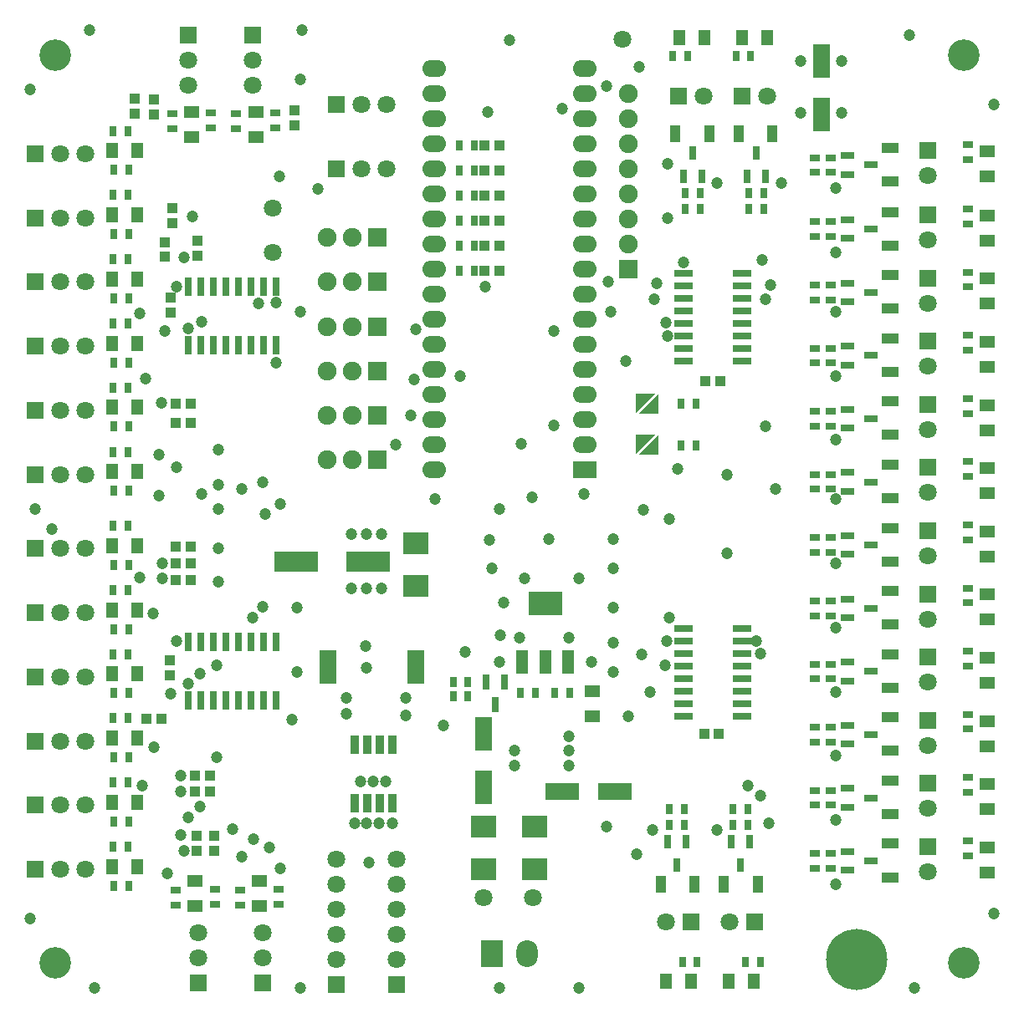
<source format=gts>
G04 DipTrace 3.0.0.2*
G04 IOExpander.GTS*
%MOMM*%
G04 #@! TF.FileFunction,Soldermask,Top*
G04 #@! TF.Part,Single*
%ADD53C,3.2*%
%ADD58C,1.2*%
%ADD59R,1.4X0.75*%
%ADD61R,1.8X1.0*%
%ADD63R,0.75X1.4*%
%ADD65R,1.0X1.8*%
%ADD67R,1.3X1.6*%
%ADD69R,1.06X0.8*%
%ADD71O,2.2X2.7*%
%ADD73R,2.2X2.7*%
%ADD75R,1.9X0.8*%
%ADD77R,0.8X1.9*%
%ADD79R,0.8X1.5*%
%ADD81C,6.2*%
%ADD83R,0.8X1.06*%
%ADD85R,0.9X1.9*%
%ADD87R,1.2X2.4*%
%ADD89R,3.5X2.4*%
%ADD91C,1.8*%
%ADD93C,0.7*%
%ADD95R,1.8X1.8*%
%ADD97C,1.9*%
%ADD99R,1.9X1.9*%
%ADD101R,1.6X1.3*%
%ADD103R,2.5X2.3*%
%ADD105R,1.1X1.1*%
%ADD107R,4.4X2.1*%
%ADD109R,1.8X3.4*%
%ADD111R,3.4X1.8*%
%ADD113C,1.8*%
%ADD115O,2.45X1.7*%
%ADD117R,2.45X1.7*%
%FSLAX35Y35*%
G04*
G71*
G90*
G75*
G01*
G04 TopMask*
%LPD*%
D58*
X8360000Y9540000D3*
X7950000D3*
X5980000Y1780000D3*
X6200000Y2900000D3*
X1630000Y7250000D3*
Y3660000D3*
Y5420000D3*
X6180000Y6500000D3*
X1630000Y3660000D3*
X6490000Y7290000D3*
X6180000Y6500000D3*
X6592000Y3660000D3*
X200000Y5000000D3*
X5830000Y3450000D3*
X4550000Y3550000D3*
X6570000Y3420000D3*
X6580000Y6890000D3*
X6310000Y9480000D3*
X6025000Y6995000D3*
X6580000Y6890000D3*
X5230000Y5120000D3*
X2680000Y5050000D3*
Y1360000D3*
X6460000Y7130000D3*
X6340000Y3530000D3*
X6350000Y4990000D3*
X1870000Y3330000D3*
X1880000Y6900000D3*
Y5150000D3*
X3580000Y1420000D3*
X1870000Y1990000D3*
Y3330000D3*
X7950000Y9010000D3*
X8360000D3*
X2639500Y6479500D3*
X2800000Y2870000D3*
X6000000Y7300000D3*
X1675000Y1695000D3*
X2410000Y1660000D3*
X2500000Y5270000D3*
Y4010000D3*
X2460000Y7080000D3*
X2200000Y1760000D3*
X6700000Y5410000D3*
X6600000Y6750000D3*
X2290000Y1480000D3*
Y5200000D3*
X6620000Y3900000D3*
Y4900000D3*
X2530000Y4950000D3*
X2570000Y1570000D3*
X2400000Y3900000D3*
X2640000Y7090000D3*
X6760000Y7500000D3*
X6420000Y3150000D3*
X7640000Y7270000D3*
X7690000Y5200000D3*
X7590000Y7130000D3*
Y5840000D3*
X1257427Y6982427D3*
X1710000Y7545000D3*
X1320000Y6325000D3*
X1475000Y6075000D3*
X7540000Y3540000D3*
Y2100000D3*
X7500000Y3660000D3*
X7410000Y2200000D3*
X1260000Y4305000D3*
X1485000Y4450000D3*
X1390000Y3940000D3*
X1485000Y4295000D3*
X1405000Y2586407D3*
X1675000Y2300000D3*
X1286520Y2201520D3*
X1675000Y2135000D3*
X1540000Y1310000D3*
X1710000Y1540000D3*
X5120000Y5660000D3*
X2880000Y7000000D3*
Y9350000D3*
X1750500Y3230000D3*
Y6830000D3*
Y1880000D3*
Y3230000D3*
X3430000Y1820000D3*
X3550000D3*
X3680000D3*
X3810000D3*
X3490000Y2240000D3*
X3620000D3*
X3750000D3*
X3400000Y4750000D3*
X3550000D3*
X3700000D3*
X3400000Y4200000D3*
X3550000D3*
X3700000D3*
X3350000Y3090000D3*
Y2930000D3*
X3950000Y3090000D3*
X4940000Y4050000D3*
X4820000Y4400000D3*
X4800000Y4690000D3*
X4910000Y3720000D3*
X4900000Y3450000D3*
X5100000Y3700000D3*
X5600000D3*
X6050000Y3350000D3*
Y3650000D3*
Y4000000D3*
Y4400000D3*
Y4700000D3*
X5400000D3*
X5150000Y4300000D3*
X5700000D3*
X3950000Y2910000D3*
X1570000Y3130000D3*
X1510000Y6800000D3*
X3550000Y3390000D3*
X9900000Y900000D3*
X9100000Y150000D3*
X5700000D3*
X5600000Y2700000D3*
X9900000Y9100000D3*
X9050000Y9800000D3*
X6600000Y7950000D3*
X6290000Y1500000D3*
X5600000Y2550000D3*
X6450000Y1750000D3*
X7100000D3*
X8300000Y1200000D3*
Y1850000D3*
Y2500000D3*
Y3150000D3*
Y3800000D3*
Y4450000D3*
Y5100000D3*
Y5700000D3*
Y6350000D3*
Y7000000D3*
Y7600000D3*
Y8250000D3*
X7750000Y8300000D3*
X7100000D3*
X6600000Y8500000D3*
X5600000Y2400000D3*
X5050000Y2550000D3*
Y2400000D3*
X4330000Y2810000D3*
X4900000Y5000000D3*
X4250000Y5100000D3*
X2050000Y5000000D3*
Y4600000D3*
Y5250000D3*
Y5600000D3*
X1450000Y5140000D3*
Y5550000D3*
X7555000Y7525000D3*
X5755000Y5155000D3*
X5980000Y9285000D3*
X2670000Y8370000D3*
X3060000Y8240000D3*
X4900000Y150000D3*
X7620000Y1820000D3*
X750000Y9850000D3*
X2900000D3*
X5000000Y9750000D3*
X4780000Y9020000D3*
X4750000Y7250000D3*
X4500000Y6350000D3*
X4000000Y5950000D3*
X1790000Y7960000D3*
X5450000Y6800000D3*
Y5850000D3*
X2050000Y4260000D3*
X2850000Y4000000D3*
Y3350000D3*
X150000Y850000D3*
X800000Y150000D3*
X150000Y9250000D3*
X7200000Y4550000D3*
Y5350000D3*
X5530000Y9060000D3*
X4030000Y6310000D3*
X3850000Y5650000D3*
X4050000Y6820000D3*
X2880000Y150000D3*
X3540000Y3610000D3*
X2040000Y3420000D3*
Y2490000D3*
X370000Y4800000D3*
D117*
X5762000Y5400000D3*
D115*
Y5654000D3*
Y5908000D3*
Y6162000D3*
Y6416000D3*
Y6670000D3*
Y6924000D3*
Y7178000D3*
Y7432000D3*
Y7686000D3*
Y7940000D3*
Y8194000D3*
Y8448000D3*
Y8702000D3*
Y8956000D3*
Y9210000D3*
Y9464000D3*
X4238000D3*
Y9210000D3*
Y8956000D3*
Y8702000D3*
Y8448000D3*
Y8194000D3*
Y7940000D3*
Y7686000D3*
Y7432000D3*
Y7178000D3*
Y6924000D3*
Y6670000D3*
Y6416000D3*
Y6162000D3*
Y5908000D3*
Y5654000D3*
Y5400000D3*
D113*
X2600000Y7600000D3*
D111*
X5530000Y2140000D3*
X6070000D3*
D109*
X8160000Y9540000D3*
Y9000000D3*
D107*
X2840000Y4470000D3*
X3570000D3*
D105*
X6980000Y6300000D3*
X7130000D3*
X6970000Y2720000D3*
X7120000D3*
X1570000Y7140000D3*
Y6990000D3*
X1565000Y3465000D3*
Y3315000D3*
X4746000Y8683000D3*
X4896000D3*
X4746000Y8429000D3*
X4896000D3*
X4746000Y8175000D3*
X4896000D3*
X4746000Y7921000D3*
X4896000D3*
X4746000Y7667000D3*
X4896000D3*
X4746000Y7413000D3*
X4896000D3*
D103*
X4740000Y1780000D3*
Y1350000D3*
X5255000Y1785000D3*
Y1355000D3*
D101*
X5840000Y2900000D3*
Y3154000D3*
D103*
X4050000Y4220000D3*
Y4650000D3*
D113*
X2600000Y8050000D3*
D99*
X3658000Y7750000D3*
D97*
X3404000D3*
X3150000D3*
D99*
X3658000Y7300000D3*
D97*
X3404000D3*
X3150000D3*
D99*
X3658000Y6850000D3*
D97*
X3404000D3*
X3150000D3*
D99*
X6200000Y7430000D3*
D97*
Y7684000D3*
Y7938000D3*
Y8192000D3*
Y8446000D3*
Y8700000D3*
Y8954000D3*
Y9208000D3*
D95*
X3250000Y8450000D3*
D113*
X3504000D3*
X3758000D3*
G36*
X6504998Y5549992D2*
Y5750008D1*
X6305006Y5549992D1*
D1*
X6504998D1*
G37*
G36*
X6275002D2*
X6474994Y5750008D1*
X6275002D1*
D1*
Y5549992D1*
G37*
D93*
X6470000Y5650000D3*
X6310000D3*
D99*
X3658000Y6400000D3*
D97*
X3404000D3*
X3150000D3*
G36*
X6504998Y5964992D2*
Y6165008D1*
X6305006Y5964992D1*
D1*
X6504998D1*
G37*
G36*
X6275002D2*
X6474994Y6165008D1*
X6275002D1*
D1*
Y5964992D1*
G37*
D93*
X6470000Y6065000D3*
X6310000D3*
D95*
X3250000Y9100000D3*
D113*
X3504000D3*
X3758000D3*
D99*
X3658000Y5950000D3*
D97*
X3404000D3*
X3150000D3*
D99*
X3658000Y5500000D3*
D97*
X3404000D3*
X3150000D3*
D95*
X3248000Y183000D3*
D113*
Y437000D3*
Y691000D3*
Y945000D3*
Y1199000D3*
Y1453000D3*
D95*
X3858000Y183000D3*
D113*
Y437000D3*
Y691000D3*
Y945000D3*
Y1199000D3*
Y1453000D3*
D91*
X5240000Y1060000D3*
X4740000D3*
D109*
X4050000Y3400000D3*
X3160000D3*
D89*
X5360000Y4040000D3*
D87*
X5130000Y3450000D3*
X5360000D3*
X5590000D3*
D85*
X3810000Y2610000D3*
X3683000D3*
X3556000D3*
X3429000D3*
Y2020000D3*
X3556000D3*
X3683000D3*
X3810000D3*
D83*
X5460000Y3140000D3*
X5610000D3*
X5260000D3*
X5110000D3*
X4430000Y3250000D3*
X4580000D3*
Y3100000D3*
X4430000D3*
X4642000Y8683000D3*
X4492000D3*
X4642000Y8429000D3*
X4492000D3*
X4642000Y8175000D3*
X4492000D3*
X6885000Y5640000D3*
X6735000D3*
X6885000Y6065000D3*
X6735000D3*
X4642000Y7921000D3*
X4492000D3*
X4642000Y7667000D3*
X4492000D3*
X4642000Y7413000D3*
X4492000D3*
D113*
X6140000Y9760000D3*
D81*
X8510000Y440000D3*
D79*
X4950000Y3250000D3*
X4760000D3*
X4855000Y3020000D3*
D77*
X1750500Y6660500D3*
X1877500D3*
X2004500D3*
X2131500D3*
X2258500D3*
X2385500D3*
X2512500D3*
X2639500D3*
Y7250500D3*
X2512500D3*
X2385500D3*
X2258500D3*
X2131500D3*
X2004500D3*
X1877500D3*
X1750500D3*
Y3060500D3*
X1877500D3*
X2004500D3*
X2131500D3*
X2258500D3*
X2385500D3*
X2512500D3*
X2639500D3*
Y3650500D3*
X2512500D3*
X2385500D3*
X2258500D3*
X2131500D3*
X2004500D3*
X1877500D3*
X1750500D3*
D75*
X7350000Y6500000D3*
Y6627000D3*
Y6754000D3*
Y6881000D3*
Y7008000D3*
Y7135000D3*
Y7262000D3*
Y7389000D3*
X6760000D3*
Y7262000D3*
Y7135000D3*
Y7008000D3*
Y6881000D3*
Y6754000D3*
Y6627000D3*
Y6500000D3*
X7350000Y2900000D3*
Y3027000D3*
Y3154000D3*
Y3281000D3*
Y3408000D3*
Y3535000D3*
Y3662000D3*
Y3789000D3*
X6760000D3*
Y3662000D3*
Y3535000D3*
Y3408000D3*
Y3281000D3*
Y3154000D3*
Y3027000D3*
Y2900000D3*
D73*
X4825000Y500000D3*
D71*
X5175000D3*
D109*
X4740000Y2180000D3*
Y2720000D3*
D105*
X2825000Y8890000D3*
Y9040000D3*
D101*
X2430000Y9020000D3*
Y8766000D3*
D95*
X2400000Y9800000D3*
D113*
Y9546000D3*
Y9292000D3*
D69*
X2235000Y9005000D3*
Y8855000D3*
X2630000Y9010000D3*
Y8860000D3*
D105*
X1405000Y9000000D3*
Y9150000D3*
D101*
X1780000Y9020000D3*
Y8766000D3*
D95*
X1750000Y9800000D3*
D113*
Y9546000D3*
Y9292000D3*
D69*
X1585000Y9005000D3*
Y8855000D3*
X1980000Y9010000D3*
Y8860000D3*
D105*
X1210000Y9005000D3*
Y9155000D3*
D67*
X980000Y8630000D3*
X1234000D3*
D95*
X200000Y8600000D3*
D113*
X454000D3*
X708000D3*
D83*
X995000Y8435000D3*
X1145000D3*
X990000Y8830000D3*
X1140000D3*
D105*
X1590000Y8050000D3*
Y7900000D3*
D67*
X980000Y7980000D3*
X1234000D3*
D95*
X200000Y7950000D3*
D113*
X454000D3*
X708000D3*
D83*
X995000Y7785000D3*
X1145000D3*
X990000Y8180000D3*
X1140000D3*
D105*
X1515000Y7555000D3*
Y7705000D3*
D67*
X980000Y7330000D3*
X1234000D3*
D95*
X200000Y7300000D3*
D113*
X454000D3*
X708000D3*
D83*
X995000Y7135000D3*
X1145000D3*
X990000Y7530000D3*
X1140000D3*
D105*
X1845000Y7565000D3*
Y7715000D3*
D67*
X980000Y6680000D3*
X1234000D3*
D95*
X200000Y6650000D3*
D113*
X454000D3*
X708000D3*
D83*
X995000Y6485000D3*
X1145000D3*
X990000Y6880000D3*
X1140000D3*
D105*
X1620000Y6070000D3*
X1770000D3*
D67*
X980000Y6030000D3*
X1234000D3*
D95*
X200000Y6000000D3*
D113*
X454000D3*
X708000D3*
D83*
X995000Y5835000D3*
X1145000D3*
X990000Y6230000D3*
X1140000D3*
D105*
X1620000Y5870000D3*
X1770000D3*
D67*
X980000Y5380000D3*
X1234000D3*
D95*
X200000Y5350000D3*
D113*
X454000D3*
X708000D3*
D83*
X995000Y5185000D3*
X1145000D3*
X990000Y5580000D3*
X1140000D3*
D105*
X1620000Y4620000D3*
X1770000D3*
D67*
X980000Y4630000D3*
X1234000D3*
D95*
X200000Y4600000D3*
D113*
X454000D3*
X708000D3*
D83*
X995000Y4435000D3*
X1145000D3*
X990000Y4830000D3*
X1140000D3*
D105*
X1625000Y4450000D3*
X1775000D3*
D67*
X980000Y3980000D3*
X1234000D3*
D95*
X200000Y3950000D3*
D113*
X454000D3*
X708000D3*
D83*
X995000Y3785000D3*
X1145000D3*
X990000Y4180000D3*
X1140000D3*
D105*
X1625000Y4285000D3*
X1775000D3*
D67*
X980000Y3330000D3*
X1234000D3*
D95*
X200000Y3300000D3*
D113*
X454000D3*
X708000D3*
D83*
X995000Y3135000D3*
X1145000D3*
X990000Y3530000D3*
X1140000D3*
D105*
X1325000Y2875000D3*
X1475000D3*
D67*
X980000Y2680000D3*
X1234000D3*
D95*
X200000Y2650000D3*
D113*
X454000D3*
X708000D3*
D83*
X995000Y2485000D3*
X1145000D3*
X990000Y2880000D3*
X1140000D3*
D105*
X1815000Y2300000D3*
X1965000D3*
D67*
X980000Y2030000D3*
X1234000D3*
D95*
X200000Y2000000D3*
D113*
X454000D3*
X708000D3*
D83*
X995000Y1835000D3*
X1145000D3*
X990000Y2230000D3*
X1140000D3*
D105*
X1815000Y2140000D3*
X1965000D3*
D67*
X980000Y1380000D3*
X1234000D3*
D95*
X200000Y1350000D3*
D113*
X454000D3*
X708000D3*
D83*
X995000Y1185000D3*
X1145000D3*
X990000Y1580000D3*
X1140000D3*
D105*
X1835000Y1540000D3*
Y1690000D3*
D101*
X1820000Y980000D3*
Y1234000D3*
D95*
X1850000Y200000D3*
D113*
Y454000D3*
Y708000D3*
D69*
X2015000Y995000D3*
Y1145000D3*
X1620000Y990000D3*
Y1140000D3*
D105*
X2010000Y1540000D3*
Y1690000D3*
D101*
X2470000Y980000D3*
Y1234000D3*
D95*
X2500000Y200000D3*
D113*
Y454000D3*
Y708000D3*
D69*
X2665000Y995000D3*
Y1145000D3*
X2270000Y990000D3*
Y1140000D3*
D65*
X6680000Y8800000D3*
X7020000D3*
D67*
X6970000Y9780000D3*
X6716000D3*
D95*
X6710000Y9180000D3*
D113*
X6964000D3*
D63*
X6760000Y8370000D3*
X6950000D3*
X6855000Y8610000D3*
D83*
X6930000Y8040000D3*
X6780000D3*
Y8200000D3*
X6930000D3*
X6650000Y9590000D3*
X6800000D3*
D65*
X7320000Y8800000D3*
X7660000D3*
D67*
X7610000Y9780000D3*
X7356000D3*
D95*
X7350000Y9180000D3*
D113*
X7604000D3*
D63*
X7400000Y8370000D3*
X7590000D3*
X7495000Y8610000D3*
D83*
X7570000Y8040000D3*
X7420000D3*
Y8200000D3*
X7570000D3*
X7290000Y9590000D3*
X7440000D3*
D61*
X8850000Y8660000D3*
Y8320000D3*
D101*
X9830000Y8370000D3*
Y8624000D3*
D95*
X9230000Y8630000D3*
D113*
Y8376000D3*
D59*
X8420000Y8580000D3*
Y8390000D3*
X8660000Y8485000D3*
D69*
X8090000Y8410000D3*
Y8560000D3*
X8250000D3*
Y8410000D3*
X9640000Y8690000D3*
Y8540000D3*
D61*
X8850000Y8010000D3*
Y7670000D3*
D101*
X9830000Y7720000D3*
Y7974000D3*
D95*
X9230000Y7980000D3*
D113*
Y7726000D3*
D59*
X8420000Y7930000D3*
Y7740000D3*
X8660000Y7835000D3*
D69*
X8090000Y7760000D3*
Y7910000D3*
X8250000D3*
Y7760000D3*
X9640000Y8040000D3*
Y7890000D3*
D61*
X8850000Y7370000D3*
Y7030000D3*
D101*
X9830000Y7080000D3*
Y7334000D3*
D95*
X9230000Y7340000D3*
D113*
Y7086000D3*
D59*
X8420000Y7290000D3*
Y7100000D3*
X8660000Y7195000D3*
D69*
X8090000Y7120000D3*
Y7270000D3*
X8250000D3*
Y7120000D3*
X9640000Y7400000D3*
Y7250000D3*
D61*
X8850000Y6730000D3*
Y6390000D3*
D101*
X9830000Y6440000D3*
Y6694000D3*
D95*
X9230000Y6700000D3*
D113*
Y6446000D3*
D59*
X8420000Y6650000D3*
Y6460000D3*
X8660000Y6555000D3*
D69*
X8090000Y6480000D3*
Y6630000D3*
X8250000D3*
Y6480000D3*
X9640000Y6760000D3*
Y6610000D3*
D61*
X8850000Y6090000D3*
Y5750000D3*
D101*
X9830000Y5800000D3*
Y6054000D3*
D95*
X9230000Y6060000D3*
D113*
Y5806000D3*
D59*
X8420000Y6010000D3*
Y5820000D3*
X8660000Y5915000D3*
D69*
X8090000Y5840000D3*
Y5990000D3*
X8250000D3*
Y5840000D3*
X9640000Y6120000D3*
Y5970000D3*
D61*
X8850000Y5450000D3*
Y5110000D3*
D101*
X9830000Y5160000D3*
Y5414000D3*
D95*
X9230000Y5420000D3*
D113*
Y5166000D3*
D59*
X8420000Y5370000D3*
Y5180000D3*
X8660000Y5275000D3*
D69*
X8090000Y5200000D3*
Y5350000D3*
X8250000D3*
Y5200000D3*
X9640000Y5480000D3*
Y5330000D3*
D61*
X8850000Y4810000D3*
Y4470000D3*
D101*
X9830000Y4520000D3*
Y4774000D3*
D95*
X9230000Y4780000D3*
D113*
Y4526000D3*
D59*
X8420000Y4730000D3*
Y4540000D3*
X8660000Y4635000D3*
D69*
X8090000Y4560000D3*
Y4710000D3*
X8250000D3*
Y4560000D3*
X9640000Y4840000D3*
Y4690000D3*
D61*
X8850000Y4170000D3*
Y3830000D3*
D101*
X9830000Y3880000D3*
Y4134000D3*
D95*
X9230000Y4140000D3*
D113*
Y3886000D3*
D59*
X8420000Y4090000D3*
Y3900000D3*
X8660000Y3995000D3*
D69*
X8090000Y3920000D3*
Y4070000D3*
X8250000D3*
Y3920000D3*
X9640000Y4200000D3*
Y4050000D3*
D61*
X8850000Y3530000D3*
Y3190000D3*
D101*
X9830000Y3240000D3*
Y3494000D3*
D95*
X9230000Y3500000D3*
D113*
Y3246000D3*
D59*
X8420000Y3450000D3*
Y3260000D3*
X8660000Y3355000D3*
D69*
X8090000Y3280000D3*
Y3430000D3*
X8250000D3*
Y3280000D3*
X9640000Y3560000D3*
Y3410000D3*
D61*
X8850000Y2890000D3*
Y2550000D3*
D101*
X9830000Y2600000D3*
Y2854000D3*
D95*
X9230000Y2860000D3*
D113*
Y2606000D3*
D59*
X8420000Y2810000D3*
Y2620000D3*
X8660000Y2715000D3*
D69*
X8090000Y2640000D3*
Y2790000D3*
X8250000D3*
Y2640000D3*
X9640000Y2920000D3*
Y2770000D3*
D61*
X8850000Y2250000D3*
Y1910000D3*
D101*
X9830000Y1960000D3*
Y2214000D3*
D95*
X9230000Y2220000D3*
D113*
Y1966000D3*
D59*
X8420000Y2170000D3*
Y1980000D3*
X8660000Y2075000D3*
D69*
X8090000Y2000000D3*
Y2150000D3*
X8250000D3*
Y2000000D3*
X9640000Y2280000D3*
Y2130000D3*
D61*
X8850000Y1610000D3*
Y1270000D3*
D101*
X9830000Y1320000D3*
Y1574000D3*
D95*
X9230000Y1580000D3*
D113*
Y1326000D3*
D59*
X8420000Y1530000D3*
Y1340000D3*
X8660000Y1435000D3*
D69*
X8090000Y1360000D3*
Y1510000D3*
X8250000D3*
Y1360000D3*
X9640000Y1640000D3*
Y1490000D3*
D65*
X7510000Y1200000D3*
X7170000D3*
D67*
X7220000Y220000D3*
X7474000D3*
D95*
X7480000Y820000D3*
D113*
X7226000D3*
D63*
X7430000Y1630000D3*
X7240000D3*
X7335000Y1390000D3*
D83*
X7260000Y1960000D3*
X7410000D3*
Y1800000D3*
X7260000D3*
X7540000Y410000D3*
X7390000D3*
D65*
X6870000Y1200000D3*
X6530000D3*
D67*
X6580000Y220000D3*
X6834000D3*
D95*
X6840000Y820000D3*
D113*
X6586000D3*
D63*
X6790000Y1630000D3*
X6600000D3*
X6695000Y1390000D3*
D83*
X6620000Y1960000D3*
X6770000D3*
Y1800000D3*
X6620000D3*
X6900000Y410000D3*
X6750000D3*
D53*
X400000Y9600000D3*
X9600000D3*
X400000Y400000D3*
X9600000D3*
M02*

</source>
